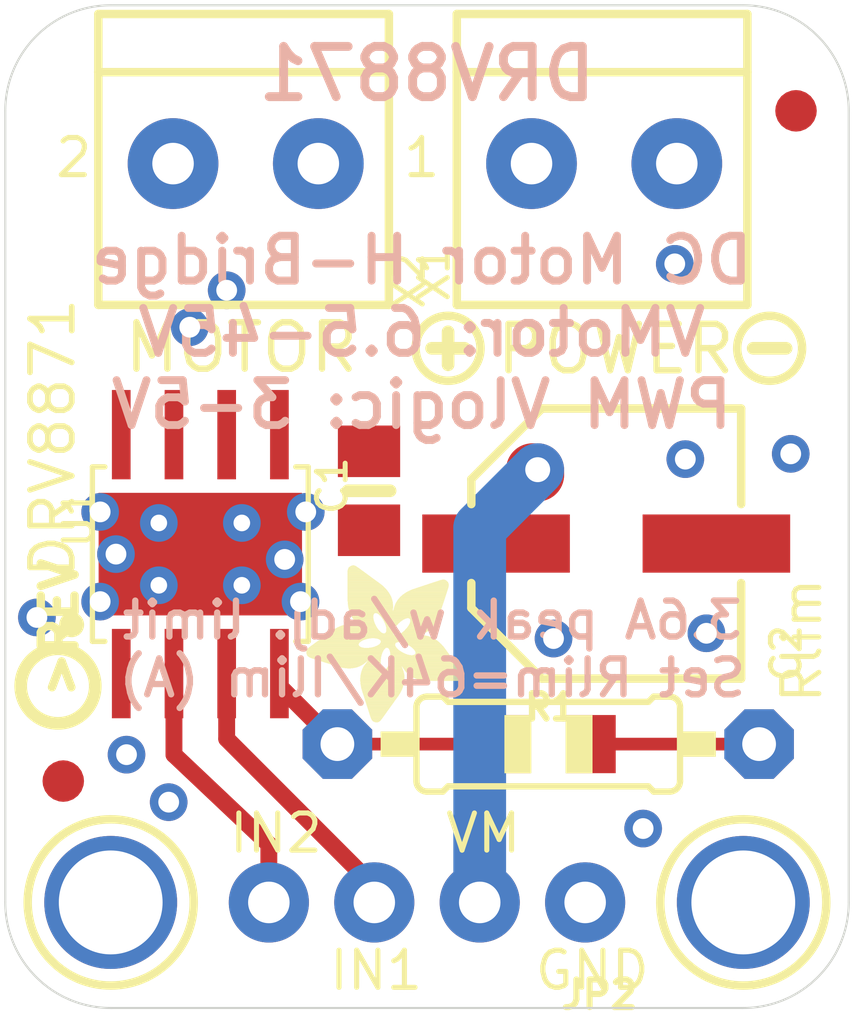
<source format=kicad_pcb>
(kicad_pcb (version 20211014) (generator pcbnew)
  (layers (0 "F.Cu" signal) (31 "B.Cu" signal) (34 "B.Paste" user) (35 "F.Paste" user) (36 "B.SilkS" user "B.Silkscreen") (37 "F.SilkS" user "F.Silkscreen") (38 "B.Mask" user) (39 "F.Mask" user) (44 "Edge.Cuts" user))
  (net 0 "")
  (net 1 "GND")
  (net 2 "N$1")
  (net 3 "OUT2")
  (net 4 "OUT1")
  (net 5 "IN2")
  (net 6 "IN1")
  (net 7 "VMOTOR")
  (footprint "boardEagle:TERMBLOCK_1X2-3.5MM" (layer "F.Cu") (at 144.1831 96.7486 180)
    (fp_text reference "X1" (at -4.492 -3.381 90) (layer "F.SilkS") (effects (font (size 0.692831 0.692831) (thickness 0.119969)) (justify left)))
    (fp_text value "DCMOTOR")
    (pad "1" thru_hole circle (at 1.8 0 180) (size 2.1844 2.1844) (drill 1) (layers *.Cu *.Mask) (net 3 "OUT2"))
    (pad "2" thru_hole circle (at -1.7 0 180) (size 2.1844 2.1844) (drill 1) (layers *.Cu *.Mask) (net 4 "OUT1"))
  )
  (footprint "boardEagle:SYMBOL_PLUS" (layer "F.Cu") (at 149.0091 101.1936 90)
    (fp_text reference "U$11" hide)
    (fp_text value "" hide)
  )
  (footprint "boardEagle:MOUNTINGHOLE_2.5_PLATED" (layer "F.Cu") (at 140.8811 114.5286 90)
    (fp_text reference "U$9" hide)
    (fp_text value "MOUNTINGHOLE2.5" hide)
    (pad "P$1" thru_hole circle (at 0 0 90) (size 3.2 3.2) (drill 2.5) (layers *.Cu *.Mask))
  )
  (footprint "boardEagle:0805-THM" (layer "F.Cu") (at 151.4221 110.7186 180)
    (fp_text reference "R1" (at 0.635 0.889) (layer "F.SilkS") (effects (font (size 0.60706 0.60706) (thickness 0.20574)) (justify left)))
    (fp_text value "30K")
    (fp_line (start 1 0) (end 5.1 0) (layer "F.Cu") (width 0.3048))
    (fp_line (start -4.5 0) (end -1.1 0) (layer "F.Cu") (width 0.3048))
    (fp_poly (pts (xy -1.6254 0.7) (xy -0.4254 0.7) (xy -0.4254 -0.7) (xy -1.6254 -0.7)) (layer "F.Cu") (width 0) (fill solid))
    (fp_poly (pts (xy 0.4254 0.7) (xy 1.6254 0.7) (xy 1.6254 -0.7) (xy 0.4254 -0.7)) (layer "F.Cu") (width 0) (fill solid))
    (pad "1" thru_hole roundrect (at -5.08 0 180) (size 1.6764 1.6764) (drill 0.8128) (layers *.Cu *.Mask) (chamfer_ratio 0.2928932188) (chamfer top_left top_right bottom_left bottom_right) (net 1 "GND"))
    (pad "2" thru_hole roundrect (at 5.08 0 180) (size 1.6764 1.6764) (drill 0.8128) (layers *.Cu *.Mask) (chamfer_ratio 0.2928932188) (chamfer top_left top_right bottom_left bottom_right) (net 2 "N$1"))
  )
  (footprint "boardEagle:1X04_ROUND_76" (layer "F.Cu") (at 148.5011 114.5286 180)
    (fp_text reference "JP2" (at -5.1562 -1.8288 180) (layer "F.SilkS") (effects (font (size 0.666496 0.666496) (thickness 0.146304)) (justify right top)))
    (fp_text value "")
    (pad "1" thru_hole circle (at -3.81 0 270) (size 1.9304 1.9304) (drill 1) (layers *.Cu *.Mask) (net 1 "GND"))
    (pad "2" thru_hole circle (at -1.27 0 270) (size 1.9304 1.9304) (drill 1) (layers *.Cu *.Mask) (net 7 "VMOTOR"))
    (pad "3" thru_hole circle (at 1.27 0 270) (size 1.9304 1.9304) (drill 1) (layers *.Cu *.Mask) (net 6 "IN1"))
    (pad "4" thru_hole circle (at 3.81 0 270) (size 1.9304 1.9304) (drill 1) (layers *.Cu *.Mask) (net 5 "IN2"))
  )
  (footprint "boardEagle:0805-NO" (layer "F.Cu") (at 147.1041 104.6226 -90)
    (fp_text reference "C1" (at 0.635 0.889 90) (layer "F.SilkS") (effects (font (size 0.692831 0.692831) (thickness 0.119969)) (justify left)))
    (fp_text value "0.1uF/50V")
    (pad "1" smd rect (at -0.95 0 270) (size 1.24 1.5) (layers "F.Cu" "F.Paste" "F.Mask") (net 7 "VMOTOR"))
    (pad "2" smd rect (at 0.95 0 270) (size 1.24 1.5) (layers "F.Cu" "F.Paste" "F.Mask") (net 1 "GND"))
  )
  (footprint "boardEagle:PCBFEAT-REV-040" (layer "F.Cu") (at 139.6111 109.3216 90)
    (fp_text reference "U$15" hide)
    (fp_text value "" hide)
    (fp_text user ">REV" (at -0.3556 0.508 90) (layer "F.SilkS") (effects (font (size 0.8128 0.8128) (thickness 0.2032)) (justify left bottom)))
  )
  (footprint "boardEagle:TERMBLOCK_1X2-3.5MM" (layer "F.Cu") (at 152.8191 96.7486 180)
    (fp_text reference "X2" (at 4.746 -2.08 90) (layer "F.SilkS") (effects (font (size 0.692831 0.692831) (thickness 0.119969)) (justify right)))
    (fp_text value "POWER")
    (pad "1" thru_hole circle (at 1.8 0 180) (size 2.1844 2.1844) (drill 1) (layers *.Cu *.Mask) (net 7 "VMOTOR"))
    (pad "2" thru_hole circle (at -1.7 0 180) (size 2.1844 2.1844) (drill 1) (layers *.Cu *.Mask) (net 1 "GND"))
  )
  (footprint "boardEagle:PANASONIC_D" (layer "F.Cu") (at 152.8191 105.8926 180)
    (fp_text reference "C2" (at -4.334 -3.401 90) (layer "F.SilkS") (effects (font (size 0.692831 0.692831) (thickness 0.119969)) (justify left)))
    (fp_text value "22uF/63V")
    (pad "+" smd rect (at 2.654 0 180) (size 3.556 1.4) (layers "F.Cu" "F.Paste" "F.Mask") (net 7 "VMOTOR"))
    (pad "-" smd rect (at -2.654 0 180) (size 3.556 1.4) (layers "F.Cu" "F.Paste" "F.Mask") (net 1 "GND"))
  )
  (footprint "boardEagle:ADAFRUIT_3.5MM" (layer "F.Cu") (at 149.3901 106.4006 180)
    (fp_text reference "U$14" hide)
    (fp_text value "" hide)
  )
  (footprint "boardEagle:SYMBOL_MINUS" (layer "F.Cu") (at 156.7561 101.1936 180)
    (fp_text reference "U$12" hide)
    (fp_text value "" hide)
  )
  (footprint "boardEagle:FIDUCIAL_1MM" (layer "F.Cu") (at 139.7381 111.6076 90)
    (fp_text reference "FID2" hide)
    (fp_text value "FIDUCIAL\"\"" hide)
    (pad "1" smd roundrect (at 0 0 90) (size 1 1) (layers "F.Cu" "F.Mask") (roundrect_rratio 0.5))
  )
  (footprint "boardEagle:FIDUCIAL_1MM" (layer "F.Cu") (at 157.3911 95.4786 90)
    (fp_text reference "FID1" hide)
    (fp_text value "FIDUCIAL\"\"" hide)
    (pad "1" smd roundrect (at 0 0 90) (size 1 1) (layers "F.Cu" "F.Mask") (roundrect_rratio 0.5))
  )
  (footprint "boardEagle:MOUNTINGHOLE_2.5_PLATED" (layer "F.Cu") (at 156.1211 114.5286 90)
    (fp_text reference "U$10" hide)
    (fp_text value "MOUNTINGHOLE2.5" hide)
    (pad "P$1" thru_hole circle (at 0 0 90) (size 3.2 3.2) (drill 2.5) (layers *.Cu *.Mask))
  )
  (footprint "boardEagle:HSOP8" (layer "F.Cu") (at 143.0401 106.1466)
    (fp_text reference "U1" (at -2.927 -0.097 90) (layer "F.SilkS") (effects (font (size 0.692831 0.692831) (thickness 0.119969)) (justify left)))
    (fp_text value "DRV8871")
    (pad "1" smd rect (at -1.905 2.875 90) (size 2.15 0.45) (layers "F.Cu" "F.Paste" "F.Mask") (net 1 "GND"))
    (pad "2" smd rect (at -0.635 2.875 90) (size 2.15 0.45) (layers "F.Cu" "F.Paste" "F.Mask") (net 5 "IN2"))
    (pad "3" smd rect (at 0.635 2.875 90) (size 2.15 0.45) (layers "F.Cu" "F.Paste" "F.Mask") (net 6 "IN1"))
    (pad "4" smd rect (at 1.905 2.875 90) (size 2.15 0.45) (layers "F.Cu" "F.Paste" "F.Mask") (net 2 "N$1"))
    (pad "5" smd rect (at 1.905 -2.875 90) (size 2.15 0.45) (layers "F.Cu" "F.Paste" "F.Mask") (net 7 "VMOTOR"))
    (pad "6" smd rect (at 0.635 -2.875 90) (size 2.15 0.45) (layers "F.Cu" "F.Paste" "F.Mask") (net 4 "OUT1"))
    (pad "7" smd rect (at -0.635 -2.875 90) (size 2.15 0.45) (layers "F.Cu" "F.Paste" "F.Mask") (net 1 "GND"))
    (pad "8" smd rect (at -1.905 -2.875 90) (size 2.15 0.45) (layers "F.Cu" "F.Paste" "F.Mask") (net 3 "OUT2"))
    (pad "GND" smd rect (at 0 0 90) (size 2.95 4.9) (layers "F.Cu") (net 1 "GND"))
    (pad "P$1" thru_hole circle (at -1 -0.75) (size 0.908 0.908) (drill 0.4) (layers *.Cu *.Mask) (net 1 "GND"))
    (pad "P$2" thru_hole circle (at -1 0.75) (size 0.908 0.908) (drill 0.4) (layers *.Cu *.Mask) (net 1 "GND"))
    (pad "P$3" thru_hole circle (at 1 0.75) (size 0.908 0.908) (drill 0.4) (layers *.Cu *.Mask) (net 1 "GND"))
    (pad "P$4" thru_hole circle (at 1 -0.75) (size 0.908 0.908) (drill 0.4) (layers *.Cu *.Mask) (net 1 "GND"))
  )
  (gr_arc (start 158.6611 114.5286) (mid 157.917151 116.324651) (end 156.1211 117.0686) (layer "Edge.Cuts") (width 0.05))
  (gr_line (start 156.1211 117.0686) (end 140.8811 117.0686) (layer "Edge.Cuts") (width 0.05))
  (gr_arc (start 138.3411 95.4786) (mid 139.085049 93.682549) (end 140.8811 92.9386) (layer "Edge.Cuts") (width 0.05))
  (gr_line (start 158.6611 95.4786) (end 158.6611 114.5286) (layer "Edge.Cuts") (width 0.05))
  (gr_arc (start 156.1211 92.9386) (mid 157.917151 93.682549) (end 158.6611 95.4786) (layer "Edge.Cuts") (width 0.05))
  (gr_line (start 140.8811 92.9386) (end 156.1211 92.9386) (layer "Edge.Cuts") (width 0.05))
  (gr_line (start 138.3411 114.5286) (end 138.3411 95.4786) (layer "Edge.Cuts") (width 0.05))
  (gr_arc (start 140.8811 117.0686) (mid 139.085049 116.324651) (end 138.3411 114.5286) (layer "Edge.Cuts") (width 0.05))
  (gr_text "DC Motor H-Bridge\nVMotor: 6.5-45V\nPWM Vlogic: 3-5V" (at 148.3741 100.8126) (layer "B.SilkS") (effects (font (size 1.0795 1.0795) (thickness 0.1905)) (justify mirror)))
  (gr_text "DRV8871" (at 148.5011 94.5896) (layer "B.SilkS") (effects (font (size 1.20904 1.20904) (thickness 0.21336)) (justify mirror)))
  (gr_text "3.6A peak w/adj. limit\nSet Rlim=64K/Ilim (A)" (at 148.6281 108.4326) (layer "B.SilkS") (effects (font (size 0.8636 0.8636) (thickness 0.1524)) (justify mirror)))
  (gr_text "IN1" (at 146.0881 116.6876) (layer "F.SilkS") (effects (font (size 0.89408 0.89408) (thickness 0.12192)) (justify left bottom)))
  (gr_text "POWER" (at 155.9941 100.5586) (layer "F.SilkS") (effects (font (size 1.1176 1.1176) (thickness 0.1524)) (justify right top)))
  (gr_text "VM" (at 148.8821 113.3856) (layer "F.SilkS") (effects (font (size 0.89408 0.89408) (thickness 0.12192)) (justify left bottom)))
  (gr_text "MOTOR" (at 141.1351 101.8286) (layer "F.SilkS") (effects (font (size 1.1176 1.1176) (thickness 0.1524)) (justify left bottom)))
  (gr_text "DRV8871" (at 139.4841 103.3526 90) (layer "F.SilkS") (effects (font (size 1.00584 1.00584) (thickness 0.13716))))
  (gr_text "IN2" (at 143.6751 113.3856) (layer "F.SilkS") (effects (font (size 0.89408 0.89408) (thickness 0.12192)) (justify left bottom)))
  (gr_text "GND" (at 151.0411 116.6876) (layer "F.SilkS") (effects (font (size 0.89408 0.89408) (thickness 0.12192)) (justify left bottom)))
  (gr_text "Rlim" (at 157.0101 106.6546 90) (layer "F.SilkS") (effects (font (size 0.89408 0.89408) (thickness 0.12192)) (justify right top)))
  (gr_text "1" (at 147.8661 97.1296) (layer "F.SilkS") (effects (font (size 0.89408 0.89408) (thickness 0.12192)) (justify left bottom)))
  (gr_text "2" (at 139.4841 97.1296) (layer "F.SilkS") (effects (font (size 0.89408 0.89408) (thickness 0.12192)) (justify left bottom)))
  (via (at 153.7081 112.7506) (size 0.9064) (drill 0.5) (layers "F.Cu" "B.Cu") (net 1))
  (via (at 154.7241 103.8606) (size 0.9064) (drill 0.5) (layers "F.Cu" "B.Cu") (net 1))
  (via (at 157.2641 103.7336) (size 0.9064) (drill 0.5) (layers "F.Cu" "B.Cu") (net 1))
  (via (at 145.0721 106.2736) (size 0.9064) (drill 0.5) (layers "F.Cu" "B.Cu") (net 1))
  (via (at 151.5491 108.1786) (size 0.9064) (drill 0.5) (layers "F.Cu" "B.Cu") (net 1))
  (via (at 140.6271 105.1306) (size 0.9064) (drill 0.5) (layers "F.Cu" "B.Cu") (net 1))
  (via (at 142.7861 100.6856) (size 0.9064) (drill 0.5) (layers "F.Cu" "B.Cu") (net 1))
  (via (at 141.2621 110.9726) (size 0.9064) (drill 0.5) (layers "F.Cu" "B.Cu") (net 1))
  (via (at 145.5801 105.1306) (size 0.9064) (drill 0.5) (layers "F.Cu" "B.Cu") (net 1))
  (via (at 143.6751 99.7966) (size 0.9064) (drill 0.5) (layers "F.Cu" "B.Cu") (net 1))
  (via (at 155.2321 108.0516) (size 0.9064) (drill 0.5) (layers "F.Cu" "B.Cu") (net 1))
  (via (at 154.4701 99.1616) (size 0.9064) (drill 0.5) (layers "F.Cu" "B.Cu") (net 1))
  (via (at 140.6271 107.2896) (size 0.9064) (drill 0.5) (layers "F.Cu" "B.Cu") (net 1))
  (via (at 139.1031 107.6706) (size 0.9064) (drill 0.5) (layers "F.Cu" "B.Cu") (net 1))
  (via (at 145.4531 107.2896) (size 0.9064) (drill 0.5) (layers "F.Cu" "B.Cu") (net 1))
  (via (at 142.2781 112.1156) (size 0.9064) (drill 0.5) (layers "F.Cu" "B.Cu") (net 1))
  (via (at 141.0081 106.1466) (size 0.9064) (drill 0.5) (layers "F.Cu" "B.Cu") (net 1))
  (segment (start 144.9451 109.0216) (end 144.9451 109.3216) (width 0.4064) (layer "F.Cu") (net 2))
  (segment (start 144.9451 109.3216) (end 146.3421 110.7186) (width 0.4064) (layer "F.Cu") (net 2))
  (segment (start 142.4051 110.9726) (end 142.4051 109.0216) (width 0.4064) (layer "F.Cu") (net 5))
  (segment (start 144.6911 114.5286) (end 144.6911 113.1316) (width 0.4064) (layer "F.Cu") (net 5))
  (segment (start 144.6911 113.1316) (end 142.4051 110.9726) (width 0.4064) (layer "F.Cu") (net 5))
  (segment (start 147.2311 114.5286) (end 147.2311 114.1476) (width 0.4064) (layer "F.Cu") (net 6))
  (segment (start 143.6751 110.5916) (end 143.6751 109.0216) (width 0.4064) (layer "F.Cu") (net 6))
  (segment (start 147.2311 114.1476) (end 143.6751 110.5916) (width 0.4064) (layer "F.Cu") (net 6))
  (segment (start 151.1681 104.1146) (end 151.1681 104.2416) (width 1.27) (layer "F.Cu") (net 7))
  (segment (start 151.1681 104.2416) (end 151.0411 104.1146) (width 1.27) (layer "F.Cu") (net 7))
  (via (at 151.1681 104.1146) (size 1.0064) (drill 0.6) (layers "F.Cu" "B.Cu") (net 7))
  (segment (start 149.7711 114.5286) (end 149.7711 105.5116) (width 1.27) (layer "B.Cu") (net 7))
  (segment (start 149.7711 105.5116) (end 151.1681 104.1146) (width 1.27) (layer "B.Cu") (net 7))
)
</source>
